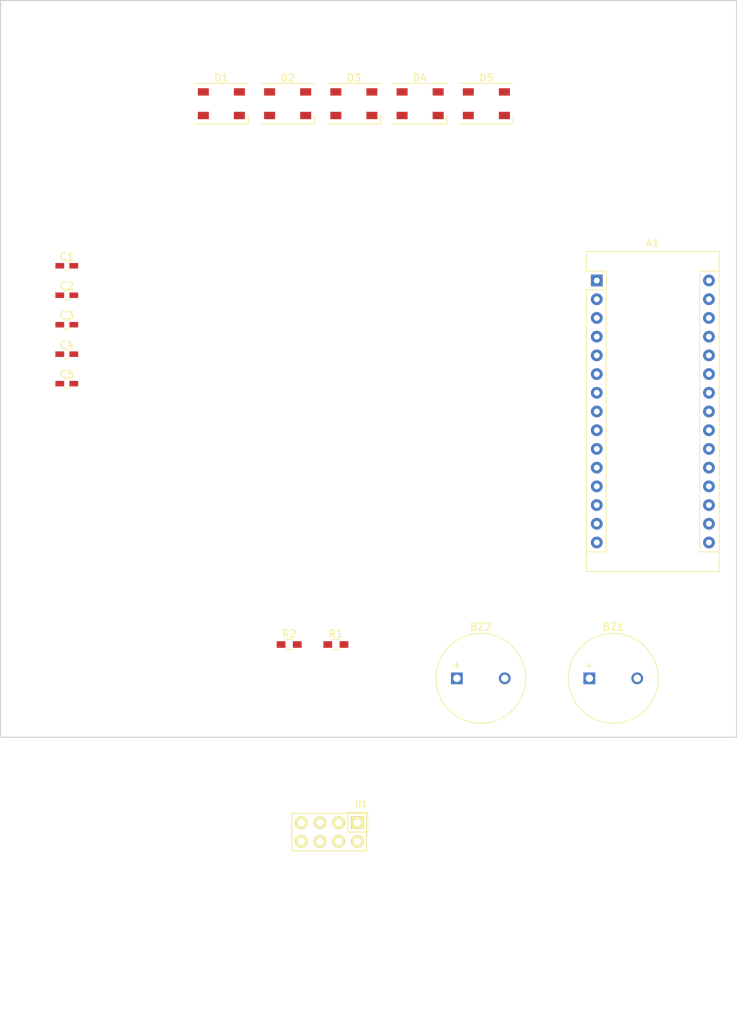
<source format=kicad_pcb>
(kicad_pcb (version 4) (host pcbnew 4.0.7)

  (general
    (links 34)
    (no_connects 34)
    (area 49.924999 29.924999 150.075001 130.075001)
    (thickness 1.6)
    (drawings 4)
    (tracks 0)
    (zones 0)
    (modules 16)
    (nets 43)
  )

  (page A4)
  (layers
    (0 F.Cu signal)
    (31 B.Cu signal)
    (32 B.Adhes user)
    (33 F.Adhes user)
    (34 B.Paste user)
    (35 F.Paste user)
    (36 B.SilkS user)
    (37 F.SilkS user)
    (38 B.Mask user)
    (39 F.Mask user)
    (40 Dwgs.User user)
    (41 Cmts.User user)
    (42 Eco1.User user)
    (43 Eco2.User user)
    (44 Edge.Cuts user)
    (45 Margin user)
    (46 B.CrtYd user)
    (47 F.CrtYd user)
    (48 B.Fab user)
    (49 F.Fab user)
  )

  (setup
    (last_trace_width 0.25)
    (trace_clearance 0.2)
    (zone_clearance 0.508)
    (zone_45_only no)
    (trace_min 0.2)
    (segment_width 0.2)
    (edge_width 0.15)
    (via_size 0.6)
    (via_drill 0.4)
    (via_min_size 0.4)
    (via_min_drill 0.3)
    (uvia_size 0.3)
    (uvia_drill 0.1)
    (uvias_allowed no)
    (uvia_min_size 0.2)
    (uvia_min_drill 0.1)
    (pcb_text_width 0.3)
    (pcb_text_size 1.5 1.5)
    (mod_edge_width 0.15)
    (mod_text_size 1 1)
    (mod_text_width 0.15)
    (pad_size 1.524 1.524)
    (pad_drill 0.762)
    (pad_to_mask_clearance 0.2)
    (aux_axis_origin 0 0)
    (visible_elements 7FFFFFFF)
    (pcbplotparams
      (layerselection 0x00030_80000001)
      (usegerberextensions false)
      (excludeedgelayer true)
      (linewidth 0.100000)
      (plotframeref false)
      (viasonmask false)
      (mode 1)
      (useauxorigin false)
      (hpglpennumber 1)
      (hpglpenspeed 20)
      (hpglpendiameter 15)
      (hpglpenoverlay 2)
      (psnegative false)
      (psa4output false)
      (plotreference true)
      (plotvalue true)
      (plotinvisibletext false)
      (padsonsilk false)
      (subtractmaskfromsilk false)
      (outputformat 1)
      (mirror false)
      (drillshape 1)
      (scaleselection 1)
      (outputdirectory ""))
  )

  (net 0 "")
  (net 1 "Net-(A1-Pad1)")
  (net 2 "Net-(A1-Pad17)")
  (net 3 "Net-(A1-Pad2)")
  (net 4 "Net-(A1-Pad18)")
  (net 5 "Net-(A1-Pad3)")
  (net 6 "Net-(A1-Pad19)")
  (net 7 GNDREF)
  (net 8 "Net-(A1-Pad20)")
  (net 9 "Net-(A1-Pad5)")
  (net 10 "Net-(A1-Pad21)")
  (net 11 "Net-(A1-Pad6)")
  (net 12 "Net-(A1-Pad22)")
  (net 13 "Net-(A1-Pad7)")
  (net 14 "Net-(A1-Pad23)")
  (net 15 "Net-(A1-Pad8)")
  (net 16 "Net-(A1-Pad24)")
  (net 17 "Net-(A1-Pad9)")
  (net 18 "Net-(A1-Pad25)")
  (net 19 "Net-(A1-Pad10)")
  (net 20 "Net-(A1-Pad26)")
  (net 21 "Net-(A1-Pad11)")
  (net 22 "Net-(A1-Pad27)")
  (net 23 BUZZ1)
  (net 24 "Net-(A1-Pad28)")
  (net 25 BUZZ2)
  (net 26 "Net-(A1-Pad14)")
  (net 27 "Net-(A1-Pad30)")
  (net 28 "Net-(A1-Pad15)")
  (net 29 "Net-(A1-Pad16)")
  (net 30 VCC)
  (net 31 LEDS_IN)
  (net 32 "Net-(D1-Pad4)")
  (net 33 "Net-(D2-Pad4)")
  (net 34 "Net-(D3-Pad4)")
  (net 35 "Net-(D4-Pad4)")
  (net 36 LEDS_OUT)
  (net 37 "Net-(U1-Pad7)")
  (net 38 "Net-(U1-Pad8)")
  (net 39 "Net-(U1-Pad5)")
  (net 40 "Net-(U1-Pad6)")
  (net 41 "Net-(U1-Pad3)")
  (net 42 "Net-(U1-Pad4)")

  (net_class Default "This is the default net class."
    (clearance 0.2)
    (trace_width 0.25)
    (via_dia 0.6)
    (via_drill 0.4)
    (uvia_dia 0.3)
    (uvia_drill 0.1)
    (add_net BUZZ1)
    (add_net BUZZ2)
    (add_net GNDREF)
    (add_net LEDS_IN)
    (add_net LEDS_OUT)
    (add_net "Net-(A1-Pad1)")
    (add_net "Net-(A1-Pad10)")
    (add_net "Net-(A1-Pad11)")
    (add_net "Net-(A1-Pad14)")
    (add_net "Net-(A1-Pad15)")
    (add_net "Net-(A1-Pad16)")
    (add_net "Net-(A1-Pad17)")
    (add_net "Net-(A1-Pad18)")
    (add_net "Net-(A1-Pad19)")
    (add_net "Net-(A1-Pad2)")
    (add_net "Net-(A1-Pad20)")
    (add_net "Net-(A1-Pad21)")
    (add_net "Net-(A1-Pad22)")
    (add_net "Net-(A1-Pad23)")
    (add_net "Net-(A1-Pad24)")
    (add_net "Net-(A1-Pad25)")
    (add_net "Net-(A1-Pad26)")
    (add_net "Net-(A1-Pad27)")
    (add_net "Net-(A1-Pad28)")
    (add_net "Net-(A1-Pad3)")
    (add_net "Net-(A1-Pad30)")
    (add_net "Net-(A1-Pad5)")
    (add_net "Net-(A1-Pad6)")
    (add_net "Net-(A1-Pad7)")
    (add_net "Net-(A1-Pad8)")
    (add_net "Net-(A1-Pad9)")
    (add_net "Net-(D1-Pad4)")
    (add_net "Net-(D2-Pad4)")
    (add_net "Net-(D3-Pad4)")
    (add_net "Net-(D4-Pad4)")
    (add_net "Net-(U1-Pad3)")
    (add_net "Net-(U1-Pad4)")
    (add_net "Net-(U1-Pad5)")
    (add_net "Net-(U1-Pad6)")
    (add_net "Net-(U1-Pad7)")
    (add_net "Net-(U1-Pad8)")
    (add_net VCC)
  )

  (module Modules:Arduino_Nano (layer F.Cu) (tedit 58ACAF70) (tstamp 5B01D93B)
    (at 131 68)
    (descr "Arduino Nano, http://www.mouser.com/pdfdocs/Gravitech_Arduino_Nano3_0.pdf")
    (tags "Arduino Nano")
    (path /5B018CAF)
    (fp_text reference A1 (at 7.62 -5.08) (layer F.SilkS)
      (effects (font (size 1 1) (thickness 0.15)))
    )
    (fp_text value Arduino_Nano_v3.x (at 8.89 19.05 90) (layer F.Fab)
      (effects (font (size 1 1) (thickness 0.15)))
    )
    (fp_text user %R (at 6.35 19.05 90) (layer F.Fab)
      (effects (font (size 1 1) (thickness 0.15)))
    )
    (fp_line (start 1.27 1.27) (end 1.27 -1.27) (layer F.SilkS) (width 0.12))
    (fp_line (start 1.27 -1.27) (end -1.4 -1.27) (layer F.SilkS) (width 0.12))
    (fp_line (start -1.4 1.27) (end -1.4 39.5) (layer F.SilkS) (width 0.12))
    (fp_line (start -1.4 -3.94) (end -1.4 -1.27) (layer F.SilkS) (width 0.12))
    (fp_line (start 13.97 -1.27) (end 16.64 -1.27) (layer F.SilkS) (width 0.12))
    (fp_line (start 13.97 -1.27) (end 13.97 36.83) (layer F.SilkS) (width 0.12))
    (fp_line (start 13.97 36.83) (end 16.64 36.83) (layer F.SilkS) (width 0.12))
    (fp_line (start 1.27 1.27) (end -1.4 1.27) (layer F.SilkS) (width 0.12))
    (fp_line (start 1.27 1.27) (end 1.27 36.83) (layer F.SilkS) (width 0.12))
    (fp_line (start 1.27 36.83) (end -1.4 36.83) (layer F.SilkS) (width 0.12))
    (fp_line (start 3.81 31.75) (end 11.43 31.75) (layer F.Fab) (width 0.1))
    (fp_line (start 11.43 31.75) (end 11.43 41.91) (layer F.Fab) (width 0.1))
    (fp_line (start 11.43 41.91) (end 3.81 41.91) (layer F.Fab) (width 0.1))
    (fp_line (start 3.81 41.91) (end 3.81 31.75) (layer F.Fab) (width 0.1))
    (fp_line (start -1.4 39.5) (end 16.64 39.5) (layer F.SilkS) (width 0.12))
    (fp_line (start 16.64 39.5) (end 16.64 -3.94) (layer F.SilkS) (width 0.12))
    (fp_line (start 16.64 -3.94) (end -1.4 -3.94) (layer F.SilkS) (width 0.12))
    (fp_line (start 16.51 39.37) (end -1.27 39.37) (layer F.Fab) (width 0.1))
    (fp_line (start -1.27 39.37) (end -1.27 -2.54) (layer F.Fab) (width 0.1))
    (fp_line (start -1.27 -2.54) (end 0 -3.81) (layer F.Fab) (width 0.1))
    (fp_line (start 0 -3.81) (end 16.51 -3.81) (layer F.Fab) (width 0.1))
    (fp_line (start 16.51 -3.81) (end 16.51 39.37) (layer F.Fab) (width 0.1))
    (fp_line (start -1.53 -4.06) (end 16.75 -4.06) (layer F.CrtYd) (width 0.05))
    (fp_line (start -1.53 -4.06) (end -1.53 42.16) (layer F.CrtYd) (width 0.05))
    (fp_line (start 16.75 42.16) (end 16.75 -4.06) (layer F.CrtYd) (width 0.05))
    (fp_line (start 16.75 42.16) (end -1.53 42.16) (layer F.CrtYd) (width 0.05))
    (pad 1 thru_hole rect (at 0 0) (size 1.6 1.6) (drill 0.8) (layers *.Cu *.Mask)
      (net 1 "Net-(A1-Pad1)"))
    (pad 17 thru_hole oval (at 15.24 33.02) (size 1.6 1.6) (drill 0.8) (layers *.Cu *.Mask)
      (net 2 "Net-(A1-Pad17)"))
    (pad 2 thru_hole oval (at 0 2.54) (size 1.6 1.6) (drill 0.8) (layers *.Cu *.Mask)
      (net 3 "Net-(A1-Pad2)"))
    (pad 18 thru_hole oval (at 15.24 30.48) (size 1.6 1.6) (drill 0.8) (layers *.Cu *.Mask)
      (net 4 "Net-(A1-Pad18)"))
    (pad 3 thru_hole oval (at 0 5.08) (size 1.6 1.6) (drill 0.8) (layers *.Cu *.Mask)
      (net 5 "Net-(A1-Pad3)"))
    (pad 19 thru_hole oval (at 15.24 27.94) (size 1.6 1.6) (drill 0.8) (layers *.Cu *.Mask)
      (net 6 "Net-(A1-Pad19)"))
    (pad 4 thru_hole oval (at 0 7.62) (size 1.6 1.6) (drill 0.8) (layers *.Cu *.Mask)
      (net 7 GNDREF))
    (pad 20 thru_hole oval (at 15.24 25.4) (size 1.6 1.6) (drill 0.8) (layers *.Cu *.Mask)
      (net 8 "Net-(A1-Pad20)"))
    (pad 5 thru_hole oval (at 0 10.16) (size 1.6 1.6) (drill 0.8) (layers *.Cu *.Mask)
      (net 9 "Net-(A1-Pad5)"))
    (pad 21 thru_hole oval (at 15.24 22.86) (size 1.6 1.6) (drill 0.8) (layers *.Cu *.Mask)
      (net 10 "Net-(A1-Pad21)"))
    (pad 6 thru_hole oval (at 0 12.7) (size 1.6 1.6) (drill 0.8) (layers *.Cu *.Mask)
      (net 11 "Net-(A1-Pad6)"))
    (pad 22 thru_hole oval (at 15.24 20.32) (size 1.6 1.6) (drill 0.8) (layers *.Cu *.Mask)
      (net 12 "Net-(A1-Pad22)"))
    (pad 7 thru_hole oval (at 0 15.24) (size 1.6 1.6) (drill 0.8) (layers *.Cu *.Mask)
      (net 13 "Net-(A1-Pad7)"))
    (pad 23 thru_hole oval (at 15.24 17.78) (size 1.6 1.6) (drill 0.8) (layers *.Cu *.Mask)
      (net 14 "Net-(A1-Pad23)"))
    (pad 8 thru_hole oval (at 0 17.78) (size 1.6 1.6) (drill 0.8) (layers *.Cu *.Mask)
      (net 15 "Net-(A1-Pad8)"))
    (pad 24 thru_hole oval (at 15.24 15.24) (size 1.6 1.6) (drill 0.8) (layers *.Cu *.Mask)
      (net 16 "Net-(A1-Pad24)"))
    (pad 9 thru_hole oval (at 0 20.32) (size 1.6 1.6) (drill 0.8) (layers *.Cu *.Mask)
      (net 17 "Net-(A1-Pad9)"))
    (pad 25 thru_hole oval (at 15.24 12.7) (size 1.6 1.6) (drill 0.8) (layers *.Cu *.Mask)
      (net 18 "Net-(A1-Pad25)"))
    (pad 10 thru_hole oval (at 0 22.86) (size 1.6 1.6) (drill 0.8) (layers *.Cu *.Mask)
      (net 19 "Net-(A1-Pad10)"))
    (pad 26 thru_hole oval (at 15.24 10.16) (size 1.6 1.6) (drill 0.8) (layers *.Cu *.Mask)
      (net 20 "Net-(A1-Pad26)"))
    (pad 11 thru_hole oval (at 0 25.4) (size 1.6 1.6) (drill 0.8) (layers *.Cu *.Mask)
      (net 21 "Net-(A1-Pad11)"))
    (pad 27 thru_hole oval (at 15.24 7.62) (size 1.6 1.6) (drill 0.8) (layers *.Cu *.Mask)
      (net 22 "Net-(A1-Pad27)"))
    (pad 12 thru_hole oval (at 0 27.94) (size 1.6 1.6) (drill 0.8) (layers *.Cu *.Mask)
      (net 23 BUZZ1))
    (pad 28 thru_hole oval (at 15.24 5.08) (size 1.6 1.6) (drill 0.8) (layers *.Cu *.Mask)
      (net 24 "Net-(A1-Pad28)"))
    (pad 13 thru_hole oval (at 0 30.48) (size 1.6 1.6) (drill 0.8) (layers *.Cu *.Mask)
      (net 25 BUZZ2))
    (pad 29 thru_hole oval (at 15.24 2.54) (size 1.6 1.6) (drill 0.8) (layers *.Cu *.Mask)
      (net 7 GNDREF))
    (pad 14 thru_hole oval (at 0 33.02) (size 1.6 1.6) (drill 0.8) (layers *.Cu *.Mask)
      (net 26 "Net-(A1-Pad14)"))
    (pad 30 thru_hole oval (at 15.24 0) (size 1.6 1.6) (drill 0.8) (layers *.Cu *.Mask)
      (net 27 "Net-(A1-Pad30)"))
    (pad 15 thru_hole oval (at 0 35.56) (size 1.6 1.6) (drill 0.8) (layers *.Cu *.Mask)
      (net 28 "Net-(A1-Pad15)"))
    (pad 16 thru_hole oval (at 15.24 35.56) (size 1.6 1.6) (drill 0.8) (layers *.Cu *.Mask)
      (net 29 "Net-(A1-Pad16)"))
  )

  (module Buzzers_Beepers:MagneticBuzzer_ProSignal_ABT-410-RC (layer F.Cu) (tedit 58B1D34E) (tstamp 5B01D948)
    (at 130 122)
    (descr "Buzzer, Elektromagnetic Beeper, Summer, 1,5V-DC,")
    (tags "Pro Signal ABT-410-RC ")
    (path /5B01D686)
    (fp_text reference BZ1 (at 3.25 -7) (layer F.SilkS)
      (effects (font (size 1 1) (thickness 0.15)))
    )
    (fp_text value Buzzer (at 3.25 7) (layer F.Fab)
      (effects (font (size 1 1) (thickness 0.15)))
    )
    (fp_text user + (at 0 -1.8) (layer F.Fab)
      (effects (font (size 1 1) (thickness 0.15)))
    )
    (fp_circle (center 3.25 0) (end 9.5 0) (layer F.CrtYd) (width 0.05))
    (fp_circle (center 3.25 0) (end 9.35 0) (layer F.SilkS) (width 0.12))
    (fp_text user + (at 0 -1.8) (layer F.SilkS)
      (effects (font (size 1 1) (thickness 0.15)))
    )
    (fp_text user %R (at 3.25 -7) (layer F.Fab)
      (effects (font (size 1 1) (thickness 0.15)))
    )
    (fp_circle (center 3.25 0) (end 4.4 0) (layer F.Fab) (width 0.1))
    (fp_circle (center 3.25 0) (end 9.25 0) (layer F.Fab) (width 0.1))
    (pad 1 thru_hole rect (at 0 0) (size 1.6 1.6) (drill 1) (layers *.Cu *.Mask)
      (net 23 BUZZ1))
    (pad 2 thru_hole circle (at 6.5 0) (size 1.6 1.6) (drill 1) (layers *.Cu *.Mask)
      (net 7 GNDREF))
    (model ${KISYS3DMOD}/Buzzers_Beepers.3dshapes/MagneticBuzzer_ProSignal_ABT-410-RC.wrl
      (at (xyz 0 0 0))
      (scale (xyz 1 1 1))
      (rotate (xyz 0 0 0))
    )
  )

  (module Buzzers_Beepers:MagneticBuzzer_ProSignal_ABT-410-RC (layer F.Cu) (tedit 58B1D34E) (tstamp 5B01D955)
    (at 112 122)
    (descr "Buzzer, Elektromagnetic Beeper, Summer, 1,5V-DC,")
    (tags "Pro Signal ABT-410-RC ")
    (path /5B01DC35)
    (fp_text reference BZ2 (at 3.25 -7) (layer F.SilkS)
      (effects (font (size 1 1) (thickness 0.15)))
    )
    (fp_text value Buzzer (at 3.25 7) (layer F.Fab)
      (effects (font (size 1 1) (thickness 0.15)))
    )
    (fp_text user + (at 0 -1.8) (layer F.Fab)
      (effects (font (size 1 1) (thickness 0.15)))
    )
    (fp_circle (center 3.25 0) (end 9.5 0) (layer F.CrtYd) (width 0.05))
    (fp_circle (center 3.25 0) (end 9.35 0) (layer F.SilkS) (width 0.12))
    (fp_text user + (at 0 -1.8) (layer F.SilkS)
      (effects (font (size 1 1) (thickness 0.15)))
    )
    (fp_text user %R (at 3.25 -7) (layer F.Fab)
      (effects (font (size 1 1) (thickness 0.15)))
    )
    (fp_circle (center 3.25 0) (end 4.4 0) (layer F.Fab) (width 0.1))
    (fp_circle (center 3.25 0) (end 9.25 0) (layer F.Fab) (width 0.1))
    (pad 1 thru_hole rect (at 0 0) (size 1.6 1.6) (drill 1) (layers *.Cu *.Mask)
      (net 25 BUZZ2))
    (pad 2 thru_hole circle (at 6.5 0) (size 1.6 1.6) (drill 1) (layers *.Cu *.Mask)
      (net 7 GNDREF))
    (model ${KISYS3DMOD}/Buzzers_Beepers.3dshapes/MagneticBuzzer_ProSignal_ABT-410-RC.wrl
      (at (xyz 0 0 0))
      (scale (xyz 1 1 1))
      (rotate (xyz 0 0 0))
    )
  )

  (module Capacitors_SMD:C_0603_HandSoldering (layer F.Cu) (tedit 58AA848B) (tstamp 5B01D966)
    (at 59 66)
    (descr "Capacitor SMD 0603, hand soldering")
    (tags "capacitor 0603")
    (path /5B0175A9)
    (attr smd)
    (fp_text reference C1 (at 0 -1.25) (layer F.SilkS)
      (effects (font (size 1 1) (thickness 0.15)))
    )
    (fp_text value 104 (at 0 1.5) (layer F.Fab)
      (effects (font (size 1 1) (thickness 0.15)))
    )
    (fp_text user %R (at 0 -1.25) (layer F.Fab)
      (effects (font (size 1 1) (thickness 0.15)))
    )
    (fp_line (start -0.8 0.4) (end -0.8 -0.4) (layer F.Fab) (width 0.1))
    (fp_line (start 0.8 0.4) (end -0.8 0.4) (layer F.Fab) (width 0.1))
    (fp_line (start 0.8 -0.4) (end 0.8 0.4) (layer F.Fab) (width 0.1))
    (fp_line (start -0.8 -0.4) (end 0.8 -0.4) (layer F.Fab) (width 0.1))
    (fp_line (start -0.35 -0.6) (end 0.35 -0.6) (layer F.SilkS) (width 0.12))
    (fp_line (start 0.35 0.6) (end -0.35 0.6) (layer F.SilkS) (width 0.12))
    (fp_line (start -1.8 -0.65) (end 1.8 -0.65) (layer F.CrtYd) (width 0.05))
    (fp_line (start -1.8 -0.65) (end -1.8 0.65) (layer F.CrtYd) (width 0.05))
    (fp_line (start 1.8 0.65) (end 1.8 -0.65) (layer F.CrtYd) (width 0.05))
    (fp_line (start 1.8 0.65) (end -1.8 0.65) (layer F.CrtYd) (width 0.05))
    (pad 1 smd rect (at -0.95 0) (size 1.2 0.75) (layers F.Cu F.Paste F.Mask)
      (net 30 VCC))
    (pad 2 smd rect (at 0.95 0) (size 1.2 0.75) (layers F.Cu F.Paste F.Mask)
      (net 7 GNDREF))
    (model Capacitors_SMD.3dshapes/C_0603.wrl
      (at (xyz 0 0 0))
      (scale (xyz 1 1 1))
      (rotate (xyz 0 0 0))
    )
  )

  (module Capacitors_SMD:C_0603_HandSoldering (layer F.Cu) (tedit 58AA848B) (tstamp 5B01D977)
    (at 59 70)
    (descr "Capacitor SMD 0603, hand soldering")
    (tags "capacitor 0603")
    (path /5B016C9E)
    (attr smd)
    (fp_text reference C2 (at 0 -1.25) (layer F.SilkS)
      (effects (font (size 1 1) (thickness 0.15)))
    )
    (fp_text value 104 (at 0 1.5) (layer F.Fab)
      (effects (font (size 1 1) (thickness 0.15)))
    )
    (fp_text user %R (at 0 -1.25) (layer F.Fab)
      (effects (font (size 1 1) (thickness 0.15)))
    )
    (fp_line (start -0.8 0.4) (end -0.8 -0.4) (layer F.Fab) (width 0.1))
    (fp_line (start 0.8 0.4) (end -0.8 0.4) (layer F.Fab) (width 0.1))
    (fp_line (start 0.8 -0.4) (end 0.8 0.4) (layer F.Fab) (width 0.1))
    (fp_line (start -0.8 -0.4) (end 0.8 -0.4) (layer F.Fab) (width 0.1))
    (fp_line (start -0.35 -0.6) (end 0.35 -0.6) (layer F.SilkS) (width 0.12))
    (fp_line (start 0.35 0.6) (end -0.35 0.6) (layer F.SilkS) (width 0.12))
    (fp_line (start -1.8 -0.65) (end 1.8 -0.65) (layer F.CrtYd) (width 0.05))
    (fp_line (start -1.8 -0.65) (end -1.8 0.65) (layer F.CrtYd) (width 0.05))
    (fp_line (start 1.8 0.65) (end 1.8 -0.65) (layer F.CrtYd) (width 0.05))
    (fp_line (start 1.8 0.65) (end -1.8 0.65) (layer F.CrtYd) (width 0.05))
    (pad 1 smd rect (at -0.95 0) (size 1.2 0.75) (layers F.Cu F.Paste F.Mask)
      (net 30 VCC))
    (pad 2 smd rect (at 0.95 0) (size 1.2 0.75) (layers F.Cu F.Paste F.Mask)
      (net 7 GNDREF))
    (model Capacitors_SMD.3dshapes/C_0603.wrl
      (at (xyz 0 0 0))
      (scale (xyz 1 1 1))
      (rotate (xyz 0 0 0))
    )
  )

  (module Capacitors_SMD:C_0603_HandSoldering (layer F.Cu) (tedit 58AA848B) (tstamp 5B01D988)
    (at 59 74)
    (descr "Capacitor SMD 0603, hand soldering")
    (tags "capacitor 0603")
    (path /5B0179AD)
    (attr smd)
    (fp_text reference C3 (at 0 -1.25) (layer F.SilkS)
      (effects (font (size 1 1) (thickness 0.15)))
    )
    (fp_text value 104 (at 0 1.5) (layer F.Fab)
      (effects (font (size 1 1) (thickness 0.15)))
    )
    (fp_text user %R (at 0 -1.25) (layer F.Fab)
      (effects (font (size 1 1) (thickness 0.15)))
    )
    (fp_line (start -0.8 0.4) (end -0.8 -0.4) (layer F.Fab) (width 0.1))
    (fp_line (start 0.8 0.4) (end -0.8 0.4) (layer F.Fab) (width 0.1))
    (fp_line (start 0.8 -0.4) (end 0.8 0.4) (layer F.Fab) (width 0.1))
    (fp_line (start -0.8 -0.4) (end 0.8 -0.4) (layer F.Fab) (width 0.1))
    (fp_line (start -0.35 -0.6) (end 0.35 -0.6) (layer F.SilkS) (width 0.12))
    (fp_line (start 0.35 0.6) (end -0.35 0.6) (layer F.SilkS) (width 0.12))
    (fp_line (start -1.8 -0.65) (end 1.8 -0.65) (layer F.CrtYd) (width 0.05))
    (fp_line (start -1.8 -0.65) (end -1.8 0.65) (layer F.CrtYd) (width 0.05))
    (fp_line (start 1.8 0.65) (end 1.8 -0.65) (layer F.CrtYd) (width 0.05))
    (fp_line (start 1.8 0.65) (end -1.8 0.65) (layer F.CrtYd) (width 0.05))
    (pad 1 smd rect (at -0.95 0) (size 1.2 0.75) (layers F.Cu F.Paste F.Mask)
      (net 30 VCC))
    (pad 2 smd rect (at 0.95 0) (size 1.2 0.75) (layers F.Cu F.Paste F.Mask)
      (net 7 GNDREF))
    (model Capacitors_SMD.3dshapes/C_0603.wrl
      (at (xyz 0 0 0))
      (scale (xyz 1 1 1))
      (rotate (xyz 0 0 0))
    )
  )

  (module Capacitors_SMD:C_0603_HandSoldering (layer F.Cu) (tedit 58AA848B) (tstamp 5B01D999)
    (at 59 78)
    (descr "Capacitor SMD 0603, hand soldering")
    (tags "capacitor 0603")
    (path /5B017A8C)
    (attr smd)
    (fp_text reference C4 (at 0 -1.25) (layer F.SilkS)
      (effects (font (size 1 1) (thickness 0.15)))
    )
    (fp_text value 104 (at 0 1.5) (layer F.Fab)
      (effects (font (size 1 1) (thickness 0.15)))
    )
    (fp_text user %R (at 0 -1.25) (layer F.Fab)
      (effects (font (size 1 1) (thickness 0.15)))
    )
    (fp_line (start -0.8 0.4) (end -0.8 -0.4) (layer F.Fab) (width 0.1))
    (fp_line (start 0.8 0.4) (end -0.8 0.4) (layer F.Fab) (width 0.1))
    (fp_line (start 0.8 -0.4) (end 0.8 0.4) (layer F.Fab) (width 0.1))
    (fp_line (start -0.8 -0.4) (end 0.8 -0.4) (layer F.Fab) (width 0.1))
    (fp_line (start -0.35 -0.6) (end 0.35 -0.6) (layer F.SilkS) (width 0.12))
    (fp_line (start 0.35 0.6) (end -0.35 0.6) (layer F.SilkS) (width 0.12))
    (fp_line (start -1.8 -0.65) (end 1.8 -0.65) (layer F.CrtYd) (width 0.05))
    (fp_line (start -1.8 -0.65) (end -1.8 0.65) (layer F.CrtYd) (width 0.05))
    (fp_line (start 1.8 0.65) (end 1.8 -0.65) (layer F.CrtYd) (width 0.05))
    (fp_line (start 1.8 0.65) (end -1.8 0.65) (layer F.CrtYd) (width 0.05))
    (pad 1 smd rect (at -0.95 0) (size 1.2 0.75) (layers F.Cu F.Paste F.Mask)
      (net 30 VCC))
    (pad 2 smd rect (at 0.95 0) (size 1.2 0.75) (layers F.Cu F.Paste F.Mask)
      (net 7 GNDREF))
    (model Capacitors_SMD.3dshapes/C_0603.wrl
      (at (xyz 0 0 0))
      (scale (xyz 1 1 1))
      (rotate (xyz 0 0 0))
    )
  )

  (module Capacitors_SMD:C_0603_HandSoldering (layer F.Cu) (tedit 58AA848B) (tstamp 5B01D9AA)
    (at 59 82)
    (descr "Capacitor SMD 0603, hand soldering")
    (tags "capacitor 0603")
    (path /5B017ADF)
    (attr smd)
    (fp_text reference C5 (at 0 -1.25) (layer F.SilkS)
      (effects (font (size 1 1) (thickness 0.15)))
    )
    (fp_text value 104 (at 0 1.5) (layer F.Fab)
      (effects (font (size 1 1) (thickness 0.15)))
    )
    (fp_text user %R (at 0 -1.25) (layer F.Fab)
      (effects (font (size 1 1) (thickness 0.15)))
    )
    (fp_line (start -0.8 0.4) (end -0.8 -0.4) (layer F.Fab) (width 0.1))
    (fp_line (start 0.8 0.4) (end -0.8 0.4) (layer F.Fab) (width 0.1))
    (fp_line (start 0.8 -0.4) (end 0.8 0.4) (layer F.Fab) (width 0.1))
    (fp_line (start -0.8 -0.4) (end 0.8 -0.4) (layer F.Fab) (width 0.1))
    (fp_line (start -0.35 -0.6) (end 0.35 -0.6) (layer F.SilkS) (width 0.12))
    (fp_line (start 0.35 0.6) (end -0.35 0.6) (layer F.SilkS) (width 0.12))
    (fp_line (start -1.8 -0.65) (end 1.8 -0.65) (layer F.CrtYd) (width 0.05))
    (fp_line (start -1.8 -0.65) (end -1.8 0.65) (layer F.CrtYd) (width 0.05))
    (fp_line (start 1.8 0.65) (end 1.8 -0.65) (layer F.CrtYd) (width 0.05))
    (fp_line (start 1.8 0.65) (end -1.8 0.65) (layer F.CrtYd) (width 0.05))
    (pad 1 smd rect (at -0.95 0) (size 1.2 0.75) (layers F.Cu F.Paste F.Mask)
      (net 30 VCC))
    (pad 2 smd rect (at 0.95 0) (size 1.2 0.75) (layers F.Cu F.Paste F.Mask)
      (net 7 GNDREF))
    (model Capacitors_SMD.3dshapes/C_0603.wrl
      (at (xyz 0 0 0))
      (scale (xyz 1 1 1))
      (rotate (xyz 0 0 0))
    )
  )

  (module LED_SMD:LED_SK6812_PLCC4_5.0x5.0mm_P3.2mm (layer F.Cu) (tedit 5AA4B263) (tstamp 5B01D9C0)
    (at 80 44)
    (descr https://cdn-shop.adafruit.com/product-files/1138/SK6812+LED+datasheet+.pdf)
    (tags "LED RGB NeoPixel")
    (path /5B0161C6)
    (attr smd)
    (fp_text reference D1 (at 0 -3.5) (layer F.SilkS)
      (effects (font (size 1 1) (thickness 0.15)))
    )
    (fp_text value SK6812 (at 0 4) (layer F.Fab)
      (effects (font (size 1 1) (thickness 0.15)))
    )
    (fp_text user %R (at 0 0) (layer F.Fab)
      (effects (font (size 0.8 0.8) (thickness 0.15)))
    )
    (fp_line (start 3.45 -2.75) (end -3.45 -2.75) (layer F.CrtYd) (width 0.05))
    (fp_line (start 3.45 2.75) (end 3.45 -2.75) (layer F.CrtYd) (width 0.05))
    (fp_line (start -3.45 2.75) (end 3.45 2.75) (layer F.CrtYd) (width 0.05))
    (fp_line (start -3.45 -2.75) (end -3.45 2.75) (layer F.CrtYd) (width 0.05))
    (fp_line (start 2.5 1.5) (end 1.5 2.5) (layer F.Fab) (width 0.1))
    (fp_line (start -2.5 -2.5) (end -2.5 2.5) (layer F.Fab) (width 0.1))
    (fp_line (start -2.5 2.5) (end 2.5 2.5) (layer F.Fab) (width 0.1))
    (fp_line (start 2.5 2.5) (end 2.5 -2.5) (layer F.Fab) (width 0.1))
    (fp_line (start 2.5 -2.5) (end -2.5 -2.5) (layer F.Fab) (width 0.1))
    (fp_line (start -3.65 -2.75) (end 3.65 -2.75) (layer F.SilkS) (width 0.12))
    (fp_line (start -3.65 2.75) (end 3.65 2.75) (layer F.SilkS) (width 0.12))
    (fp_line (start 3.65 2.75) (end 3.65 1.6) (layer F.SilkS) (width 0.12))
    (fp_circle (center 0 0) (end 0 -2) (layer F.Fab) (width 0.1))
    (pad 1 smd rect (at 2.45 1.6) (size 1.5 1) (layers F.Cu F.Paste F.Mask)
      (net 7 GNDREF))
    (pad 2 smd rect (at 2.45 -1.6) (size 1.5 1) (layers F.Cu F.Paste F.Mask)
      (net 31 LEDS_IN))
    (pad 4 smd rect (at -2.45 1.6) (size 1.5 1) (layers F.Cu F.Paste F.Mask)
      (net 32 "Net-(D1-Pad4)"))
    (pad 3 smd rect (at -2.45 -1.6) (size 1.5 1) (layers F.Cu F.Paste F.Mask)
      (net 30 VCC))
    (model ${KISYS3DMOD}/LED_SMD.3dshapes/LED_SK6812_PLCC4_5.0x5.0mm_P3.2mm.wrl
      (at (xyz 0 0 0))
      (scale (xyz 1 1 1))
      (rotate (xyz 0 0 0))
    )
  )

  (module LED_SMD:LED_SK6812_PLCC4_5.0x5.0mm_P3.2mm (layer F.Cu) (tedit 5AA4B263) (tstamp 5B01D9D6)
    (at 89 44)
    (descr https://cdn-shop.adafruit.com/product-files/1138/SK6812+LED+datasheet+.pdf)
    (tags "LED RGB NeoPixel")
    (path /5B01625D)
    (attr smd)
    (fp_text reference D2 (at 0 -3.5) (layer F.SilkS)
      (effects (font (size 1 1) (thickness 0.15)))
    )
    (fp_text value SK6812 (at 0 4) (layer F.Fab)
      (effects (font (size 1 1) (thickness 0.15)))
    )
    (fp_text user %R (at 0 0) (layer F.Fab)
      (effects (font (size 0.8 0.8) (thickness 0.15)))
    )
    (fp_line (start 3.45 -2.75) (end -3.45 -2.75) (layer F.CrtYd) (width 0.05))
    (fp_line (start 3.45 2.75) (end 3.45 -2.75) (layer F.CrtYd) (width 0.05))
    (fp_line (start -3.45 2.75) (end 3.45 2.75) (layer F.CrtYd) (width 0.05))
    (fp_line (start -3.45 -2.75) (end -3.45 2.75) (layer F.CrtYd) (width 0.05))
    (fp_line (start 2.5 1.5) (end 1.5 2.5) (layer F.Fab) (width 0.1))
    (fp_line (start -2.5 -2.5) (end -2.5 2.5) (layer F.Fab) (width 0.1))
    (fp_line (start -2.5 2.5) (end 2.5 2.5) (layer F.Fab) (width 0.1))
    (fp_line (start 2.5 2.5) (end 2.5 -2.5) (layer F.Fab) (width 0.1))
    (fp_line (start 2.5 -2.5) (end -2.5 -2.5) (layer F.Fab) (width 0.1))
    (fp_line (start -3.65 -2.75) (end 3.65 -2.75) (layer F.SilkS) (width 0.12))
    (fp_line (start -3.65 2.75) (end 3.65 2.75) (layer F.SilkS) (width 0.12))
    (fp_line (start 3.65 2.75) (end 3.65 1.6) (layer F.SilkS) (width 0.12))
    (fp_circle (center 0 0) (end 0 -2) (layer F.Fab) (width 0.1))
    (pad 1 smd rect (at 2.45 1.6) (size 1.5 1) (layers F.Cu F.Paste F.Mask)
      (net 7 GNDREF))
    (pad 2 smd rect (at 2.45 -1.6) (size 1.5 1) (layers F.Cu F.Paste F.Mask)
      (net 32 "Net-(D1-Pad4)"))
    (pad 4 smd rect (at -2.45 1.6) (size 1.5 1) (layers F.Cu F.Paste F.Mask)
      (net 33 "Net-(D2-Pad4)"))
    (pad 3 smd rect (at -2.45 -1.6) (size 1.5 1) (layers F.Cu F.Paste F.Mask)
      (net 30 VCC))
    (model ${KISYS3DMOD}/LED_SMD.3dshapes/LED_SK6812_PLCC4_5.0x5.0mm_P3.2mm.wrl
      (at (xyz 0 0 0))
      (scale (xyz 1 1 1))
      (rotate (xyz 0 0 0))
    )
  )

  (module LED_SMD:LED_SK6812_PLCC4_5.0x5.0mm_P3.2mm (layer F.Cu) (tedit 5AA4B263) (tstamp 5B01D9EC)
    (at 98 44)
    (descr https://cdn-shop.adafruit.com/product-files/1138/SK6812+LED+datasheet+.pdf)
    (tags "LED RGB NeoPixel")
    (path /5B016368)
    (attr smd)
    (fp_text reference D3 (at 0 -3.5) (layer F.SilkS)
      (effects (font (size 1 1) (thickness 0.15)))
    )
    (fp_text value SK6812 (at 0 4) (layer F.Fab)
      (effects (font (size 1 1) (thickness 0.15)))
    )
    (fp_text user %R (at 0 0) (layer F.Fab)
      (effects (font (size 0.8 0.8) (thickness 0.15)))
    )
    (fp_line (start 3.45 -2.75) (end -3.45 -2.75) (layer F.CrtYd) (width 0.05))
    (fp_line (start 3.45 2.75) (end 3.45 -2.75) (layer F.CrtYd) (width 0.05))
    (fp_line (start -3.45 2.75) (end 3.45 2.75) (layer F.CrtYd) (width 0.05))
    (fp_line (start -3.45 -2.75) (end -3.45 2.75) (layer F.CrtYd) (width 0.05))
    (fp_line (start 2.5 1.5) (end 1.5 2.5) (layer F.Fab) (width 0.1))
    (fp_line (start -2.5 -2.5) (end -2.5 2.5) (layer F.Fab) (width 0.1))
    (fp_line (start -2.5 2.5) (end 2.5 2.5) (layer F.Fab) (width 0.1))
    (fp_line (start 2.5 2.5) (end 2.5 -2.5) (layer F.Fab) (width 0.1))
    (fp_line (start 2.5 -2.5) (end -2.5 -2.5) (layer F.Fab) (width 0.1))
    (fp_line (start -3.65 -2.75) (end 3.65 -2.75) (layer F.SilkS) (width 0.12))
    (fp_line (start -3.65 2.75) (end 3.65 2.75) (layer F.SilkS) (width 0.12))
    (fp_line (start 3.65 2.75) (end 3.65 1.6) (layer F.SilkS) (width 0.12))
    (fp_circle (center 0 0) (end 0 -2) (layer F.Fab) (width 0.1))
    (pad 1 smd rect (at 2.45 1.6) (size 1.5 1) (layers F.Cu F.Paste F.Mask)
      (net 7 GNDREF))
    (pad 2 smd rect (at 2.45 -1.6) (size 1.5 1) (layers F.Cu F.Paste F.Mask)
      (net 33 "Net-(D2-Pad4)"))
    (pad 4 smd rect (at -2.45 1.6) (size 1.5 1) (layers F.Cu F.Paste F.Mask)
      (net 34 "Net-(D3-Pad4)"))
    (pad 3 smd rect (at -2.45 -1.6) (size 1.5 1) (layers F.Cu F.Paste F.Mask)
      (net 30 VCC))
    (model ${KISYS3DMOD}/LED_SMD.3dshapes/LED_SK6812_PLCC4_5.0x5.0mm_P3.2mm.wrl
      (at (xyz 0 0 0))
      (scale (xyz 1 1 1))
      (rotate (xyz 0 0 0))
    )
  )

  (module LED_SMD:LED_SK6812_PLCC4_5.0x5.0mm_P3.2mm (layer F.Cu) (tedit 5AA4B263) (tstamp 5B01DA02)
    (at 107 44)
    (descr https://cdn-shop.adafruit.com/product-files/1138/SK6812+LED+datasheet+.pdf)
    (tags "LED RGB NeoPixel")
    (path /5B0163C5)
    (attr smd)
    (fp_text reference D4 (at 0 -3.5) (layer F.SilkS)
      (effects (font (size 1 1) (thickness 0.15)))
    )
    (fp_text value SK6812 (at 0 4) (layer F.Fab)
      (effects (font (size 1 1) (thickness 0.15)))
    )
    (fp_text user %R (at 0 0) (layer F.Fab)
      (effects (font (size 0.8 0.8) (thickness 0.15)))
    )
    (fp_line (start 3.45 -2.75) (end -3.45 -2.75) (layer F.CrtYd) (width 0.05))
    (fp_line (start 3.45 2.75) (end 3.45 -2.75) (layer F.CrtYd) (width 0.05))
    (fp_line (start -3.45 2.75) (end 3.45 2.75) (layer F.CrtYd) (width 0.05))
    (fp_line (start -3.45 -2.75) (end -3.45 2.75) (layer F.CrtYd) (width 0.05))
    (fp_line (start 2.5 1.5) (end 1.5 2.5) (layer F.Fab) (width 0.1))
    (fp_line (start -2.5 -2.5) (end -2.5 2.5) (layer F.Fab) (width 0.1))
    (fp_line (start -2.5 2.5) (end 2.5 2.5) (layer F.Fab) (width 0.1))
    (fp_line (start 2.5 2.5) (end 2.5 -2.5) (layer F.Fab) (width 0.1))
    (fp_line (start 2.5 -2.5) (end -2.5 -2.5) (layer F.Fab) (width 0.1))
    (fp_line (start -3.65 -2.75) (end 3.65 -2.75) (layer F.SilkS) (width 0.12))
    (fp_line (start -3.65 2.75) (end 3.65 2.75) (layer F.SilkS) (width 0.12))
    (fp_line (start 3.65 2.75) (end 3.65 1.6) (layer F.SilkS) (width 0.12))
    (fp_circle (center 0 0) (end 0 -2) (layer F.Fab) (width 0.1))
    (pad 1 smd rect (at 2.45 1.6) (size 1.5 1) (layers F.Cu F.Paste F.Mask)
      (net 7 GNDREF))
    (pad 2 smd rect (at 2.45 -1.6) (size 1.5 1) (layers F.Cu F.Paste F.Mask)
      (net 34 "Net-(D3-Pad4)"))
    (pad 4 smd rect (at -2.45 1.6) (size 1.5 1) (layers F.Cu F.Paste F.Mask)
      (net 35 "Net-(D4-Pad4)"))
    (pad 3 smd rect (at -2.45 -1.6) (size 1.5 1) (layers F.Cu F.Paste F.Mask)
      (net 30 VCC))
    (model ${KISYS3DMOD}/LED_SMD.3dshapes/LED_SK6812_PLCC4_5.0x5.0mm_P3.2mm.wrl
      (at (xyz 0 0 0))
      (scale (xyz 1 1 1))
      (rotate (xyz 0 0 0))
    )
  )

  (module LED_SMD:LED_SK6812_PLCC4_5.0x5.0mm_P3.2mm (layer F.Cu) (tedit 5AA4B263) (tstamp 5B01DA18)
    (at 116 44)
    (descr https://cdn-shop.adafruit.com/product-files/1138/SK6812+LED+datasheet+.pdf)
    (tags "LED RGB NeoPixel")
    (path /5B0163F2)
    (attr smd)
    (fp_text reference D5 (at 0 -3.5) (layer F.SilkS)
      (effects (font (size 1 1) (thickness 0.15)))
    )
    (fp_text value SK6812 (at 0 4) (layer F.Fab)
      (effects (font (size 1 1) (thickness 0.15)))
    )
    (fp_text user %R (at 0 0) (layer F.Fab)
      (effects (font (size 0.8 0.8) (thickness 0.15)))
    )
    (fp_line (start 3.45 -2.75) (end -3.45 -2.75) (layer F.CrtYd) (width 0.05))
    (fp_line (start 3.45 2.75) (end 3.45 -2.75) (layer F.CrtYd) (width 0.05))
    (fp_line (start -3.45 2.75) (end 3.45 2.75) (layer F.CrtYd) (width 0.05))
    (fp_line (start -3.45 -2.75) (end -3.45 2.75) (layer F.CrtYd) (width 0.05))
    (fp_line (start 2.5 1.5) (end 1.5 2.5) (layer F.Fab) (width 0.1))
    (fp_line (start -2.5 -2.5) (end -2.5 2.5) (layer F.Fab) (width 0.1))
    (fp_line (start -2.5 2.5) (end 2.5 2.5) (layer F.Fab) (width 0.1))
    (fp_line (start 2.5 2.5) (end 2.5 -2.5) (layer F.Fab) (width 0.1))
    (fp_line (start 2.5 -2.5) (end -2.5 -2.5) (layer F.Fab) (width 0.1))
    (fp_line (start -3.65 -2.75) (end 3.65 -2.75) (layer F.SilkS) (width 0.12))
    (fp_line (start -3.65 2.75) (end 3.65 2.75) (layer F.SilkS) (width 0.12))
    (fp_line (start 3.65 2.75) (end 3.65 1.6) (layer F.SilkS) (width 0.12))
    (fp_circle (center 0 0) (end 0 -2) (layer F.Fab) (width 0.1))
    (pad 1 smd rect (at 2.45 1.6) (size 1.5 1) (layers F.Cu F.Paste F.Mask)
      (net 7 GNDREF))
    (pad 2 smd rect (at 2.45 -1.6) (size 1.5 1) (layers F.Cu F.Paste F.Mask)
      (net 35 "Net-(D4-Pad4)"))
    (pad 4 smd rect (at -2.45 1.6) (size 1.5 1) (layers F.Cu F.Paste F.Mask)
      (net 36 LEDS_OUT))
    (pad 3 smd rect (at -2.45 -1.6) (size 1.5 1) (layers F.Cu F.Paste F.Mask)
      (net 30 VCC))
    (model ${KISYS3DMOD}/LED_SMD.3dshapes/LED_SK6812_PLCC4_5.0x5.0mm_P3.2mm.wrl
      (at (xyz 0 0 0))
      (scale (xyz 1 1 1))
      (rotate (xyz 0 0 0))
    )
  )

  (module Resistors_SMD:R_0603_HandSoldering (layer F.Cu) (tedit 58E0A804) (tstamp 5B01DA29)
    (at 95.56 117.41)
    (descr "Resistor SMD 0603, hand soldering")
    (tags "resistor 0603")
    (path /5B01EE36)
    (attr smd)
    (fp_text reference R1 (at 0 -1.45) (layer F.SilkS)
      (effects (font (size 1 1) (thickness 0.15)))
    )
    (fp_text value 0k (at 0 1.55) (layer F.Fab)
      (effects (font (size 1 1) (thickness 0.15)))
    )
    (fp_text user %R (at 0 0) (layer F.Fab)
      (effects (font (size 0.4 0.4) (thickness 0.075)))
    )
    (fp_line (start -0.8 0.4) (end -0.8 -0.4) (layer F.Fab) (width 0.1))
    (fp_line (start 0.8 0.4) (end -0.8 0.4) (layer F.Fab) (width 0.1))
    (fp_line (start 0.8 -0.4) (end 0.8 0.4) (layer F.Fab) (width 0.1))
    (fp_line (start -0.8 -0.4) (end 0.8 -0.4) (layer F.Fab) (width 0.1))
    (fp_line (start 0.5 0.68) (end -0.5 0.68) (layer F.SilkS) (width 0.12))
    (fp_line (start -0.5 -0.68) (end 0.5 -0.68) (layer F.SilkS) (width 0.12))
    (fp_line (start -1.96 -0.7) (end 1.95 -0.7) (layer F.CrtYd) (width 0.05))
    (fp_line (start -1.96 -0.7) (end -1.96 0.7) (layer F.CrtYd) (width 0.05))
    (fp_line (start 1.95 0.7) (end 1.95 -0.7) (layer F.CrtYd) (width 0.05))
    (fp_line (start 1.95 0.7) (end -1.96 0.7) (layer F.CrtYd) (width 0.05))
    (pad 1 smd rect (at -1.1 0) (size 1.2 0.9) (layers F.Cu F.Paste F.Mask)
      (net 30 VCC))
    (pad 2 smd rect (at 1.1 0) (size 1.2 0.9) (layers F.Cu F.Paste F.Mask)
      (net 27 "Net-(A1-Pad30)"))
    (model ${KISYS3DMOD}/Resistors_SMD.3dshapes/R_0603.wrl
      (at (xyz 0 0 0))
      (scale (xyz 1 1 1))
      (rotate (xyz 0 0 0))
    )
  )

  (module Resistors_SMD:R_0603_HandSoldering (layer F.Cu) (tedit 58E0A804) (tstamp 5B01DA3A)
    (at 89.21 117.41)
    (descr "Resistor SMD 0603, hand soldering")
    (tags "resistor 0603")
    (path /5B01EE79)
    (attr smd)
    (fp_text reference R2 (at 0 -1.45) (layer F.SilkS)
      (effects (font (size 1 1) (thickness 0.15)))
    )
    (fp_text value 0k (at 0 1.55) (layer F.Fab)
      (effects (font (size 1 1) (thickness 0.15)))
    )
    (fp_text user %R (at 0 0) (layer F.Fab)
      (effects (font (size 0.4 0.4) (thickness 0.075)))
    )
    (fp_line (start -0.8 0.4) (end -0.8 -0.4) (layer F.Fab) (width 0.1))
    (fp_line (start 0.8 0.4) (end -0.8 0.4) (layer F.Fab) (width 0.1))
    (fp_line (start 0.8 -0.4) (end 0.8 0.4) (layer F.Fab) (width 0.1))
    (fp_line (start -0.8 -0.4) (end 0.8 -0.4) (layer F.Fab) (width 0.1))
    (fp_line (start 0.5 0.68) (end -0.5 0.68) (layer F.SilkS) (width 0.12))
    (fp_line (start -0.5 -0.68) (end 0.5 -0.68) (layer F.SilkS) (width 0.12))
    (fp_line (start -1.96 -0.7) (end 1.95 -0.7) (layer F.CrtYd) (width 0.05))
    (fp_line (start -1.96 -0.7) (end -1.96 0.7) (layer F.CrtYd) (width 0.05))
    (fp_line (start 1.95 0.7) (end 1.95 -0.7) (layer F.CrtYd) (width 0.05))
    (fp_line (start 1.95 0.7) (end -1.96 0.7) (layer F.CrtYd) (width 0.05))
    (pad 1 smd rect (at -1.1 0) (size 1.2 0.9) (layers F.Cu F.Paste F.Mask)
      (net 30 VCC))
    (pad 2 smd rect (at 1.1 0) (size 1.2 0.9) (layers F.Cu F.Paste F.Mask)
      (net 22 "Net-(A1-Pad27)"))
    (model ${KISYS3DMOD}/Resistors_SMD.3dshapes/R_0603.wrl
      (at (xyz 0 0 0))
      (scale (xyz 1 1 1))
      (rotate (xyz 0 0 0))
    )
  )

  (module mysensors_radios:NRF24L01 (layer F.Cu) (tedit 5587F36C) (tstamp 5B01E6F4)
    (at 100 140.075001)
    (descr NRF24L01)
    (tags "nRF 24 NRF24L01 NRF24L01+")
    (path /5B024791)
    (fp_text reference U1 (at -1.016 -1.016) (layer F.SilkS)
      (effects (font (size 0.8 0.8) (thickness 0.16)))
    )
    (fp_text value NRF24L01_Breakout (at -8.382 7.112) (layer F.Fab) hide
      (effects (font (size 0.8 0.8) (thickness 0.16)))
    )
    (fp_line (start -15.25 28.8) (end 0 28.8) (layer F.CrtYd) (width 0.15))
    (fp_line (start 0 28.8) (end 0 0) (layer F.CrtYd) (width 0.15))
    (fp_line (start 0 0) (end -15.25 0) (layer F.CrtYd) (width 0.15))
    (fp_line (start -15.25 0) (end -15.25 28.8) (layer F.CrtYd) (width 0.15))
    (fp_line (start -2.794 0.127) (end -0.127 0.127) (layer F.SilkS) (width 0.15))
    (fp_line (start -0.127 0.127) (end -0.127 2.794) (layer F.SilkS) (width 0.15))
    (fp_line (start 0 0) (end -15.25 0) (layer B.CrtYd) (width 0.15))
    (fp_line (start -15.25 0) (end -15.25 28.8) (layer B.CrtYd) (width 0.15))
    (fp_line (start -15.25 28.8) (end 0 28.8) (layer B.CrtYd) (width 0.15))
    (fp_line (start 0 28.8) (end 0 0) (layer B.CrtYd) (width 0.15))
    (fp_line (start -7.874 0.254) (end -10.414 0.254) (layer F.SilkS) (width 0.15))
    (fp_line (start -10.414 0.254) (end -10.414 2.794) (layer F.SilkS) (width 0.15))
    (fp_line (start -2.794 0.254) (end -2.794 2.794) (layer F.SilkS) (width 0.15))
    (fp_line (start -2.794 2.794) (end -0.254 2.794) (layer F.SilkS) (width 0.15))
    (fp_line (start -10.894 -0.226) (end -10.894 5.824) (layer F.CrtYd) (width 0.05))
    (fp_line (start 0.256 -0.226) (end 0.256 5.824) (layer F.CrtYd) (width 0.05))
    (fp_line (start -10.894 -0.226) (end 0.256 -0.226) (layer F.CrtYd) (width 0.05))
    (fp_line (start -10.894 5.824) (end 0.256 5.824) (layer F.CrtYd) (width 0.05))
    (fp_line (start -7.874 0.254) (end -0.254 0.254) (layer F.SilkS) (width 0.15))
    (fp_line (start -0.254 0.254) (end -0.254 5.334) (layer F.SilkS) (width 0.15))
    (fp_line (start -0.254 5.334) (end -10.414 5.334) (layer F.SilkS) (width 0.15))
    (fp_line (start -10.414 5.334) (end -10.414 2.794) (layer F.SilkS) (width 0.15))
    (pad 7 thru_hole oval (at -9.144 1.524) (size 1.7272 1.7272) (drill 1.016) (layers *.Cu *.Mask F.SilkS)
      (net 37 "Net-(U1-Pad7)"))
    (pad 8 thru_hole oval (at -9.144 4.064) (size 1.7272 1.7272) (drill 1.016) (layers *.Cu *.Mask F.SilkS)
      (net 38 "Net-(U1-Pad8)"))
    (pad 5 thru_hole oval (at -6.604 1.524) (size 1.7272 1.7272) (drill 1.016) (layers *.Cu *.Mask F.SilkS)
      (net 39 "Net-(U1-Pad5)"))
    (pad 6 thru_hole oval (at -6.604 4.064) (size 1.7272 1.7272) (drill 1.016) (layers *.Cu *.Mask F.SilkS)
      (net 40 "Net-(U1-Pad6)"))
    (pad 3 thru_hole oval (at -4.064 1.524) (size 1.7272 1.7272) (drill 1.016) (layers *.Cu *.Mask F.SilkS)
      (net 41 "Net-(U1-Pad3)"))
    (pad 4 thru_hole oval (at -4.064 4.064) (size 1.7272 1.7272) (drill 1.016) (layers *.Cu *.Mask F.SilkS)
      (net 42 "Net-(U1-Pad4)"))
    (pad 1 thru_hole rect (at -1.524 1.524) (size 1.7272 1.7272) (drill 1.016) (layers *.Cu *.Mask F.SilkS)
      (net 7 GNDREF))
    (pad 2 thru_hole oval (at -1.524 4.064) (size 1.7272 1.7272) (drill 1.016) (layers *.Cu *.Mask F.SilkS)
      (net 30 VCC))
    (model Socket_Strips.3dshapes/Socket_Strip_Straight_2x04_Pitch2.54mm.wrl
      (at (xyz -0.21 -0.11 0))
      (scale (xyz 1 1 1))
      (rotate (xyz 0 0 0))
    )
    (model Pin_Headers.3dshapes/Pin_Header_Straight_2x04_Pitch2.54mm.wrl
      (at (xyz -0.063 -0.159 0.442))
      (scale (xyz 1 1 1))
      (rotate (xyz 0 180 90))
    )
    (model ${MYSLOCAL}/mysensors.3dshapes/mysensors_radios.3dshapes/nrf24l01.wrl
      (at (xyz -0.3 -0.5669999999999999 0.475))
      (scale (xyz 0.395 0.395 0.395))
      (rotate (xyz 0 0 0))
    )
    (model Housings_DFN_QFN.3dshapes/QFN-20-1EP_4x4mm_Pitch0.5mm.wrl
      (at (xyz -0.22 -0.51 0.509))
      (scale (xyz 1 1 1))
      (rotate (xyz 0 0 0))
    )
    (model ${MYSLOCAL}/mysensors.3dshapes/w.lain.3dshapes/crystal/crystal_hc-49s.wrl
      (at (xyz -0.5 -0.475 0.51))
      (scale (xyz 1 1 1))
      (rotate (xyz 0 0 90))
    )
  )

  (gr_line (start 50 130) (end 50 30) (angle 90) (layer Edge.Cuts) (width 0.15))
  (gr_line (start 150 130) (end 50 130) (angle 90) (layer Edge.Cuts) (width 0.15))
  (gr_line (start 150 30) (end 150 130) (angle 90) (layer Edge.Cuts) (width 0.15))
  (gr_line (start 50 30) (end 150 30) (angle 90) (layer Edge.Cuts) (width 0.15))

)

</source>
